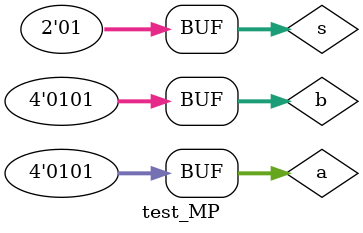
<source format=v>
module test_MP;
	wire [4:0] out;
	reg [1:0] s;
	reg [3:0] a;
	reg [3:0] b;
	
	alu DUT(a,b,s,out);
	
	initial
	begin 
		$dumpfile("test_circuit.vcd");
		$dumpvars(0,test_MP);
		$monitor("At t=%t a=%b b=%b s=%b out=%b",$time,a,b,s,out[3:0]);
		s=1;
		a=5;
		b=5;
		#10 s=2;
		#10 s=0;
		#10 s=3;
		#10 s=1;
		#10 ;
	end
endmodule

</source>
